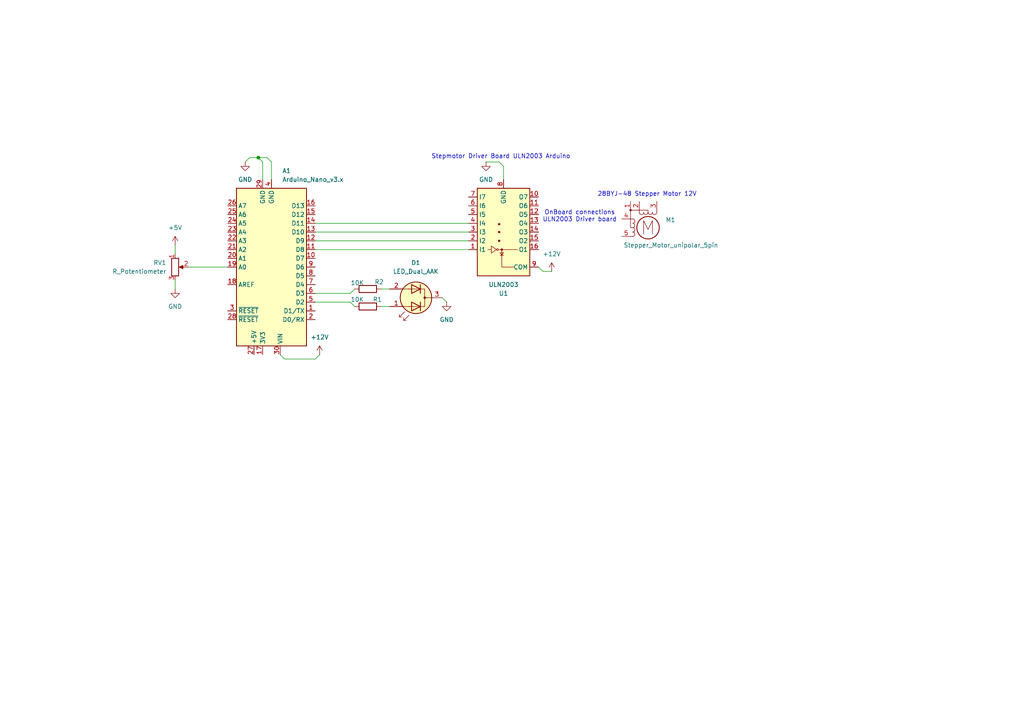
<source format=kicad_sch>
(kicad_sch (version 20250114) (generator "eeschema") (generator_version "9.0")
  (paper "A4")
  (title_block (title "Pot-meter controller for stepMotor") (date "2025-04-02") (rev "ver. 0.1") (company "EaCode") (comment 1 "HgMJK, N.bane"))
  (lib_symbols
    (symbol "Device:LED_Dual_AAK" (pin_names (offset 0) (hide yes))
      (property "Reference" "D" (at 0 5.715 0))
      (property "Value" "LED_Dual_AAK" (at 0 -6.35 0))
      (symbol "LED_Dual_AAK_0_1"
        (polyline (pts (xy -4.572 0) (xy -2.54 0)))
        (circle (center -2.54 0) (radius 0.2794) (fill (type outline)))
        (polyline (pts (xy -1.27 1.27) (xy -1.27 3.81)) (stroke (width 0.254)))
        (polyline (pts (xy -1.27 -1.27) (xy -1.27 -3.81)) (stroke (width 0.254)))
        (circle (center 0 0) (radius 4.572) (stroke (width 0.254)) (fill (type background)))
        (polyline (pts (xy 1.27 1.27) (xy 1.27 3.81) (xy -1.27 2.54) (xy 1.27 1.27)) (stroke (width 0.254)))
        (polyline (pts (xy 1.27 -3.81) (xy 1.27 -1.27) (xy -1.27 -2.54) (xy 1.27 -3.81)) (stroke (width 0.254)))
        (polyline (pts (xy 2.032 5.08) (xy 3.556 6.604) (xy 2.794 6.604) (xy 3.556 6.604) (xy 3.556 5.842)))
        (polyline (pts (xy 2.032 2.54) (xy -2.54 2.54) (xy -2.54 -2.54) (xy 2.032 -2.54)))
        (polyline (pts (xy 3.302 4.064) (xy 4.826 5.588) (xy 4.064 5.588) (xy 4.826 5.588) (xy 4.826 4.826)))
        (polyline (pts (xy 3.81 2.54) (xy 1.905 2.54)))
        (polyline (pts (xy 3.81 -2.54) (xy 1.905 -2.54)))
      )
      (symbol "LED_Dual_AAK_1_1"
        (pin input line (at -7.62 0 0) (length 3.048) (name "K") (number "3"))
        (pin input line (at 7.62 2.54 180) (length 3.81) (name "A1") (number "1"))
        (pin input line (at 7.62 -2.54 180) (length 3.81) (name "A2") (number "2"))
      )
    )
    (symbol "Device:R" (pin_numbers (hide yes)) (pin_names (offset 0))
      (property "Reference" "R" (at 2.032 0 90))
      (property "Value" "R" (at 0 0 90))
      (symbol "R_0_1"
        (rectangle (start -1.016 -2.54) (end 1.016 2.54) (stroke (width 0.254)))
      )
      (symbol "R_1_1"
        (pin passive line (at 0 3.81 270) (length 1.27) (name "~") (number "1"))
        (pin passive line (at 0 -3.81 90) (length 1.27) (name "~") (number "2"))
      )
    )
    (symbol "Device:R_Potentiometer" (pin_names (offset 1.016) (hide yes))
      (property "Reference" "RV" (at -4.445 0 90))
      (property "Value" "R_Potentiometer" (at -2.54 0 90))
      (symbol "R_Potentiometer_0_1"
        (rectangle (start 1.016 2.54) (end -1.016 -2.54) (stroke (width 0.254)))
        (polyline (pts (xy 1.143 0) (xy 2.286 0.508) (xy 2.286 -0.508) (xy 1.143 0)) (fill (type outline)))
        (polyline (pts (xy 2.54 0) (xy 1.524 0)))
      )
      (symbol "R_Potentiometer_1_1"
        (pin passive line (at 0 3.81 270) (length 1.27) (name "1") (number "1"))
        (pin passive line (at 0 -3.81 90) (length 1.27) (name "3") (number "3"))
        (pin passive line (at 3.81 0 180) (length 1.27) (name "2") (number "2"))
      )
    )
    (symbol "MCU_Module:Arduino_Nano_v3.x"
      (property "Reference" "A" (at -10.16 23.495 0))
      (property "Value" "Arduino_Nano_v3.x" (at 5.08 -24.13 0))
      (symbol "Arduino_Nano_v3.x_0_1"
        (rectangle (start -10.16 22.86) (end 10.16 -22.86) (stroke (width 0.254)) (fill (type background)))
      )
      (symbol "Arduino_Nano_v3.x_1_1"
        (pin bidirectional line (at -12.7 15.24 0) (length 2.54) (name "D0/RX") (number "2"))
        (pin bidirectional line (at -12.7 12.7 0) (length 2.54) (name "D1/TX") (number "1"))
        (pin bidirectional line (at -12.7 10.16 0) (length 2.54) (name "D2") (number "5"))
        (pin bidirectional line (at -12.7 7.62 0) (length 2.54) (name "D3") (number "6"))
        (pin bidirectional line (at -12.7 5.08 0) (length 2.54) (name "D4") (number "7"))
        (pin bidirectional line (at -12.7 2.54 0) (length 2.54) (name "D5") (number "8"))
        (pin bidirectional line (at -12.7 0 0) (length 2.54) (name "D6") (number "9"))
        (pin bidirectional line (at -12.7 -2.54 0) (length 2.54) (name "D7") (number "10"))
        (pin bidirectional line (at -12.7 -5.08 0) (length 2.54) (name "D8") (number "11"))
        (pin bidirectional line (at -12.7 -7.62 0) (length 2.54) (name "D9") (number "12"))
        (pin bidirectional line (at -12.7 -10.16 0) (length 2.54) (name "D10") (number "13"))
        (pin bidirectional line (at -12.7 -12.7 0) (length 2.54) (name "D11") (number "14"))
        (pin bidirectional line (at -12.7 -15.24 0) (length 2.54) (name "D12") (number "15"))
        (pin bidirectional line (at -12.7 -17.78 0) (length 2.54) (name "D13") (number "16"))
        (pin power_in line (at -2.54 25.4 270) (length 2.54) (name "VIN") (number "30"))
        (pin power_in line (at 0 -25.4 90) (length 2.54) (name "GND") (number "4"))
        (pin power_out line (at 2.54 25.4 270) (length 2.54) (name "3V3") (number "17"))
        (pin power_in line (at 2.54 -25.4 90) (length 2.54) (name "GND") (number "29"))
        (pin power_out line (at 5.08 25.4 270) (length 2.54) (name "+5V") (number "27"))
        (pin input line (at 12.7 15.24 180) (length 2.54) (name "~{RESET}") (number "28"))
        (pin input line (at 12.7 12.7 180) (length 2.54) (name "~{RESET}") (number "3"))
        (pin input line (at 12.7 5.08 180) (length 2.54) (name "AREF") (number "18"))
        (pin bidirectional line (at 12.7 0 180) (length 2.54) (name "A0") (number "19"))
        (pin bidirectional line (at 12.7 -2.54 180) (length 2.54) (name "A1") (number "20"))
        (pin bidirectional line (at 12.7 -5.08 180) (length 2.54) (name "A2") (number "21"))
        (pin bidirectional line (at 12.7 -7.62 180) (length 2.54) (name "A3") (number "22"))
        (pin bidirectional line (at 12.7 -10.16 180) (length 2.54) (name "A4") (number "23"))
        (pin bidirectional line (at 12.7 -12.7 180) (length 2.54) (name "A5") (number "24"))
        (pin bidirectional line (at 12.7 -15.24 180) (length 2.54) (name "A6") (number "25"))
        (pin bidirectional line (at 12.7 -17.78 180) (length 2.54) (name "A7") (number "26"))
      )
    )
    (symbol "Motor:Stepper_Motor_unipolar_5pin" (pin_names (offset 0) (hide yes))
      (property "Reference" "M" (at 3.81 2.54 0))
      (property "Value" "Stepper_Motor_unipolar_5pin" (at 3.81 1.27 0))
      (symbol "Stepper_Motor_unipolar_5pin_0_0"
        (polyline (pts (xy -1.27 -1.778) (xy -1.27 2.032) (xy 0 -0.508) (xy 1.27 2.032) (xy 1.27 -1.778)))
      )
      (symbol "Stepper_Motor_unipolar_5pin_0_1"
        (circle (center -5.08 5.08) (radius 0.0001) (fill (type outline)))
        (circle (center -5.08 5.08) (radius 0.254) (fill (type outline)))
        (polyline (pts (xy -5.08 5.08) (xy -5.08 0) (xy -4.445 0)))
        (polyline (pts (xy -5.08 2.54) (xy -4.445 2.54)))
        (polyline (pts (xy -5.08 -2.54) (xy -4.445 -2.54)))
        (arc (start -4.445 2.54) (mid -3.8127 1.905) (end -4.445 1.27))
        (arc (start -4.445 1.27) (mid -3.8127 0.635) (end -4.445 0))
        (arc (start -4.445 0) (mid -3.8127 -0.635) (end -4.445 -1.27))
        (arc (start -4.445 -1.27) (mid -3.8127 -1.905) (end -4.445 -2.54))
        (polyline (pts (xy -2.54 4.445) (xy -2.54 5.08)))
        (arc (start -1.27 4.445) (mid -1.905 3.8127) (end -2.54 4.445))
        (arc (start 0 4.445) (mid -0.635 3.8127) (end -1.27 4.445))
        (polyline (pts (xy 0 4.445) (xy 0 5.08) (xy -5.08 5.08)))
        (circle (center 0 0) (radius 3.2512) (stroke (width 0.254)))
        (arc (start 1.27 4.445) (mid 0.635 3.8127) (end 0 4.445))
        (arc (start 2.54 4.445) (mid 1.905 3.8127) (end 1.27 4.445))
        (polyline (pts (xy 2.54 4.445) (xy 2.54 5.08)))
      )
      (symbol "Stepper_Motor_unipolar_5pin_1_1"
        (pin passive line (at -7.62 2.54 0) (length 2.54) (name "~") (number "4"))
        (pin passive line (at -7.62 -2.54 0) (length 2.54) (name "~") (number "5"))
        (pin passive line (at -5.08 7.62 270) (length 2.54) (name "~") (number "1"))
        (pin passive line (at -2.54 7.62 270) (length 2.54) (name "~") (number "2"))
        (pin passive line (at 2.54 7.62 270) (length 2.54) (name "-") (number "3"))
      )
    )
    (symbol "Transistor_Array:ULN2003"
      (property "Reference" "U" (at 0 15.875 0))
      (property "Value" "ULN2003" (at 0 13.97 0))
      (symbol "ULN2003_0_1"
        (rectangle (start -7.62 -12.7) (end 7.62 12.7) (stroke (width 0.254)) (fill (type background)))
        (polyline (pts (xy -4.572 5.08) (xy -3.556 5.08)))
        (polyline (pts (xy -3.556 6.096) (xy -3.556 4.064) (xy -2.032 5.08) (xy -3.556 6.096)))
        (circle (center -1.778 5.08) (radius 0.254))
        (polyline (pts (xy -1.524 5.08) (xy 4.064 5.08)))
        (circle (center -1.27 2.54) (radius 0.254) (fill (type outline)))
        (circle (center -1.27 0) (radius 0.254) (fill (type outline)))
        (circle (center -1.27 -2.286) (radius 0.254) (fill (type outline)))
        (circle (center -0.508 5.08) (radius 0.254) (fill (type outline)))
        (polyline (pts (xy -0.508 5.08) (xy -0.508 10.16) (xy 2.921 10.16)))
        (polyline (pts (xy 0 6.731) (xy -1.016 6.731)))
        (polyline (pts (xy 0 5.969) (xy -1.016 5.969) (xy -0.508 6.731) (xy 0 5.969)))
      )
      (symbol "ULN2003_1_1"
        (pin input line (at -10.16 5.08 0) (length 2.54) (name "I1") (number "1"))
        (pin input line (at -10.16 2.54 0) (length 2.54) (name "I2") (number "2"))
        (pin input line (at -10.16 0 0) (length 2.54) (name "I3") (number "3"))
        (pin input line (at -10.16 -2.54 0) (length 2.54) (name "I4") (number "4"))
        (pin input line (at -10.16 -5.08 0) (length 2.54) (name "I5") (number "5"))
        (pin input line (at -10.16 -7.62 0) (length 2.54) (name "I6") (number "6"))
        (pin input line (at -10.16 -10.16 0) (length 2.54) (name "I7") (number "7"))
        (pin power_in line (at 0 -15.24 90) (length 2.54) (name "GND") (number "8"))
        (pin passive line (at 10.16 10.16 180) (length 2.54) (name "COM") (number "9"))
        (pin open_collector line (at 10.16 5.08 180) (length 2.54) (name "O1") (number "16"))
        (pin open_collector line (at 10.16 2.54 180) (length 2.54) (name "O2") (number "15"))
        (pin open_collector line (at 10.16 0 180) (length 2.54) (name "O3") (number "14"))
        (pin open_collector line (at 10.16 -2.54 180) (length 2.54) (name "O4") (number "13"))
        (pin open_collector line (at 10.16 -5.08 180) (length 2.54) (name "O5") (number "12"))
        (pin open_collector line (at 10.16 -7.62 180) (length 2.54) (name "O6") (number "11"))
        (pin open_collector line (at 10.16 -10.16 180) (length 2.54) (name "O7") (number "10"))
      )
    )
    (symbol "power:+12V" (power) (pin_numbers (hide yes)) (pin_names (offset 0) (hide yes))
      (property "Value" "+12V" (at 0 3.556 0))
      (symbol "+12V_0_1"
        (polyline (pts (xy -0.762 1.27) (xy 0 2.54)))
        (polyline (pts (xy 0 2.54) (xy 0.762 1.27)))
        (polyline (pts (xy 0 0) (xy 0 2.54)))
      )
      (symbol "+12V_1_1"
        (pin power_in line (at 0 0 90) (length 0) (name "~") (number "1"))
      )
    )
    (symbol "power:+5V" (power) (pin_numbers (hide yes)) (pin_names (offset 0) (hide yes))
      (property "Value" "+5V" (at 0 3.556 0))
      (symbol "+5V_0_1"
        (polyline (pts (xy -0.762 1.27) (xy 0 2.54)))
        (polyline (pts (xy 0 2.54) (xy 0.762 1.27)))
        (polyline (pts (xy 0 0) (xy 0 2.54)))
      )
      (symbol "+5V_1_1"
        (pin power_in line (at 0 0 90) (length 0) (name "~") (number "1"))
      )
    )
    (symbol "power:GND" (power) (pin_numbers (hide yes)) (pin_names (offset 0) (hide yes))
      (property "Value" "GND" (at 0 -3.81 0))
      (symbol "GND_0_1"
        (polyline (pts (xy 0 0) (xy 0 -1.27) (xy 1.27 -1.27) (xy 0 -2.54) (xy -1.27 -1.27) (xy 0 -1.27)))
      )
      (symbol "GND_1_1"
        (pin power_in line (at 0 0 270) (length 0) (name "~") (number "1"))
      )
    )
  )
  (text "OnBoard connections\nULN2003 Driver board" (at 168.148 62.738 0) (effects (font (size 1.27 1.27))))
  (text "28BYJ-48 Stepper Motor 12V" (at 187.706 56.388 0) (effects (font (size 1.27 1.27))))
  (text "Stepmotor Driver Board ULN2003 Arduino" (at 145.288 45.466 0) (effects (font (size 1.27 1.27))))
  (junction (at 74.93 45.72))
  (wire (pts (xy 101.6 85.09) (xy 102.87 83.82)))
  (wire (pts (xy 101.6 87.63) (xy 102.87 88.9)))
  (wire (pts (xy 78.74 46.99) (xy 78.74 52.07)))
  (wire (pts (xy 76.2 46.99) (xy 76.2 52.07)))
  (wire (pts (xy 71.12 46.99) (xy 72.39 45.72)))
  (wire (pts (xy 91.44 72.39) (xy 135.89 72.39)))
  (wire (pts (xy 146.05 48.26) (xy 146.05 52.07)))
  (wire (pts (xy 74.93 45.72) (xy 77.47 45.72)))
  (wire (pts (xy 54.61 77.47) (xy 66.04 77.47)))
  (wire (pts (xy 76.2 46.99) (xy 74.93 45.72)))
  (wire (pts (xy 50.8 81.28) (xy 50.8 83.82)))
  (wire (pts (xy 128.27 86.36) (xy 129.54 87.63)))
  (wire (pts (xy 110.49 83.82) (xy 113.03 83.82)))
  (wire (pts (xy 156.21 77.47) (xy 157.48 78.74)))
  (wire (pts (xy 140.97 46.99) (xy 144.78 46.99)))
  (wire (pts (xy 91.44 67.31) (xy 135.89 67.31)))
  (wire (pts (xy 82.55 104.14) (xy 81.28 102.87)))
  (wire (pts (xy 91.44 87.63) (xy 101.6 87.63)))
  (wire (pts (xy 144.78 46.99) (xy 146.05 48.26)))
  (wire (pts (xy 91.44 69.85) (xy 135.89 69.85)))
  (wire (pts (xy 50.8 71.12) (xy 50.8 73.66)))
  (wire (pts (xy 91.44 85.09) (xy 101.6 85.09)))
  (wire (pts (xy 92.71 102.87) (xy 91.44 104.14)))
  (wire (pts (xy 91.44 64.77) (xy 135.89 64.77)))
  (wire (pts (xy 72.39 45.72) (xy 74.93 45.72)))
  (wire (pts (xy 77.47 45.72) (xy 78.74 46.99)))
  (wire (pts (xy 157.48 78.74) (xy 160.02 78.74)))
  (wire (pts (xy 110.49 88.9) (xy 113.03 88.9)))
  (wire (pts (xy 82.55 104.14) (xy 91.44 104.14)))
  (symbol (lib_id "Device:R") (at 106.68 83.82 90) (unit 1)
    (property "Reference" "R2" (at 109.982 81.788 90))
    (property "Value" "10K" (at 103.632 82.042 90))
    (property "Description" "Resistor" (effects (hide yes)))
  )
  (symbol (lib_id "Device:R") (at 106.68 88.9 270) (unit 1)
    (property "Reference" "R1" (at 109.474 86.868 90))
    (property "Value" "10K" (at 103.632 86.868 90))
    (property "Description" "Resistor" (effects (hide yes)))
  )
  (symbol (lib_id "Device:R_Potentiometer") (at 50.8 77.47 0) (unit 1)
    (property "Reference" "RV1" (at 48.26 76.1999 0) (effects (justify right)))
    (property "Value" "R_Potentiometer" (at 48.26 78.7399 0) (effects (justify right)))
    (property "Description" "Potentiometer" (effects (hide yes)))
  )
  (symbol (lib_id "power:GND") (at 129.54 87.63 0) (unit 1)
    (property "Reference" "#PWR01" (effects (hide yes)))
    (property "Value" "GND" (at 129.54 92.71 0))
    (property "Description" "Power symbol creates a global label with name \"GND\" , ground" (effects (hide yes)))
  )
  (symbol (lib_id "Transistor_Array:ULN2003") (at 146.05 67.31 0) (mirror x) (unit 1)
    (property "Reference" "U1" (at 146.05 85.09 0))
    (property "Value" "ULN2003" (at 146.05 82.55 0))
    (property "Datasheet" "http://www.ti.com/lit/ds/symlink/uln2003a.pdf" (effects (hide yes)))
    (property "Description" "High Voltage, High Current Darlington Transistor Arrays, SOIC16/SOIC16W/DIP16/TSSOP16" (effects (hide yes)))
  )
  (symbol (lib_id "power:GND") (at 140.97 46.99 0) (unit 1)
    (property "Reference" "#PWR02" (effects (hide yes)))
    (property "Value" "GND" (at 140.97 52.07 0))
    (property "Description" "Power symbol creates a global label with name \"GND\" , ground" (effects (hide yes)))
  )
  (symbol (lib_id "power:GND") (at 50.8 83.82 0) (unit 1)
    (property "Reference" "#PWR07" (effects (hide yes)))
    (property "Value" "GND" (at 50.8 88.9 0))
    (property "Description" "Power symbol creates a global label with name \"GND\" , ground" (effects (hide yes)))
  )
  (symbol (lib_id "Motor:Stepper_Motor_unipolar_5pin") (at 187.96 66.04 0) (unit 1)
    (property "Reference" "M1" (at 193.04 63.792 0) (effects (justify left)))
    (property "Value" "Stepper_Motor_unipolar_5pin" (at 180.848 71.12 0) (effects (justify left)))
    (property "Datasheet" "http://www.infineon.com/dgdl/Application-Note-TLE8110EE_driving_UniPolarStepperMotor_V1.1.pdf?fileId=db3a30431be39b97011be5d0aa0a00b0" (effects (hide yes)))
    (property "Description" "5-wire unipolar stepper motor" (effects (hide yes)))
  )
  (symbol (lib_id "power:+12V") (at 160.02 78.74 0) (unit 1)
    (property "Reference" "#PWR03" (effects (hide yes)))
    (property "Value" "+12V" (at 160.02 73.66 0))
    (property "Description" "Power symbol creates a global label with name \"+12V\"" (effects (hide yes)))
  )
  (symbol (lib_id "MCU_Module:Arduino_Nano_v3.x") (at 78.74 77.47 180) (unit 1)
    (property "Reference" "A1" (at 81.8581 49.53 0) (effects (justify right)))
    (property "Value" "Arduino_Nano_v3.x" (at 81.8581 52.07 0) (effects (justify right)))
    (property "Footprint" "Module:Arduino_Nano" (effects (hide yes)))
    (property "Datasheet" "http://www.mouser.com/pdfdocs/Gravitech_Arduino_Nano3_0.pdf" (effects (hide yes)))
    (property "Description" "Arduino Nano v3.x" (effects (hide yes)))
  )
  (symbol (lib_id "power:+12V") (at 92.71 102.87 0) (unit 1)
    (property "Reference" "#PWR04" (effects (hide yes)))
    (property "Value" "+12V" (at 92.71 97.79 0))
    (property "Description" "Power symbol creates a global label with name \"+12V\"" (effects (hide yes)))
  )
  (symbol (lib_id "Device:LED_Dual_AAK") (at 120.65 86.36 180) (unit 1)
    (property "Reference" "D1" (at 120.5865 76.2 0))
    (property "Value" "LED_Dual_AAK" (at 120.5865 78.74 0))
    (property "Description" "Dual LED, common cathode on pin 3" (effects (hide yes)))
  )
  (symbol (lib_id "power:GND") (at 71.12 46.99 0) (unit 1)
    (property "Reference" "#PWR06" (effects (hide yes)))
    (property "Value" "GND" (at 71.12 52.07 0))
    (property "Description" "Power symbol creates a global label with name \"GND\" , ground" (effects (hide yes)))
  )
  (symbol (lib_id "power:+5V") (at 50.8 71.12 0) (unit 1)
    (property "Reference" "#PWR05" (effects (hide yes)))
    (property "Value" "+5V" (at 50.8 66.04 0))
    (property "Description" "Power symbol creates a global label with name \"+5V\"" (effects (hide yes)))
  )
)
</source>
